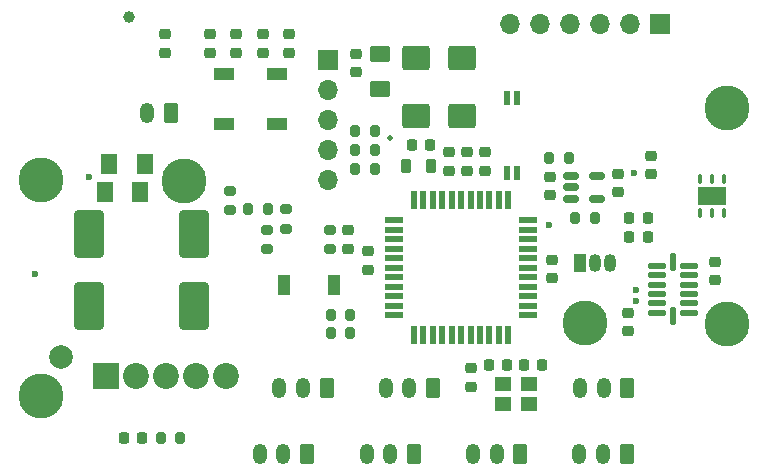
<source format=gbr>
%TF.GenerationSoftware,KiCad,Pcbnew,(6.0.7)*%
%TF.CreationDate,2022-10-03T23:56:51+03:00*%
%TF.ProjectId,hs12,68733132-2e6b-4696-9361-645f70636258,rev?*%
%TF.SameCoordinates,Original*%
%TF.FileFunction,Soldermask,Top*%
%TF.FilePolarity,Negative*%
%FSLAX46Y46*%
G04 Gerber Fmt 4.6, Leading zero omitted, Abs format (unit mm)*
G04 Created by KiCad (PCBNEW (6.0.7)) date 2022-10-03 23:56:51*
%MOMM*%
%LPD*%
G01*
G04 APERTURE LIST*
G04 Aperture macros list*
%AMRoundRect*
0 Rectangle with rounded corners*
0 $1 Rounding radius*
0 $2 $3 $4 $5 $6 $7 $8 $9 X,Y pos of 4 corners*
0 Add a 4 corners polygon primitive as box body*
4,1,4,$2,$3,$4,$5,$6,$7,$8,$9,$2,$3,0*
0 Add four circle primitives for the rounded corners*
1,1,$1+$1,$2,$3*
1,1,$1+$1,$4,$5*
1,1,$1+$1,$6,$7*
1,1,$1+$1,$8,$9*
0 Add four rect primitives between the rounded corners*
20,1,$1+$1,$2,$3,$4,$5,0*
20,1,$1+$1,$4,$5,$6,$7,0*
20,1,$1+$1,$6,$7,$8,$9,0*
20,1,$1+$1,$8,$9,$2,$3,0*%
G04 Aperture macros list end*
%ADD10RoundRect,0.200000X0.200000X0.275000X-0.200000X0.275000X-0.200000X-0.275000X0.200000X-0.275000X0*%
%ADD11RoundRect,0.200000X-0.275000X0.200000X-0.275000X-0.200000X0.275000X-0.200000X0.275000X0.200000X0*%
%ADD12RoundRect,0.218750X0.218750X0.256250X-0.218750X0.256250X-0.218750X-0.256250X0.218750X-0.256250X0*%
%ADD13RoundRect,0.218750X-0.256250X0.218750X-0.256250X-0.218750X0.256250X-0.218750X0.256250X0.218750X0*%
%ADD14RoundRect,0.100000X0.100000X-0.300000X0.100000X0.300000X-0.100000X0.300000X-0.100000X-0.300000X0*%
%ADD15R,2.400000X1.500000*%
%ADD16R,1.700000X1.100000*%
%ADD17RoundRect,0.250000X0.350000X0.625000X-0.350000X0.625000X-0.350000X-0.625000X0.350000X-0.625000X0*%
%ADD18O,1.200000X1.750000*%
%ADD19RoundRect,0.225000X0.225000X0.250000X-0.225000X0.250000X-0.225000X-0.250000X0.225000X-0.250000X0*%
%ADD20C,0.600000*%
%ADD21RoundRect,0.200000X-0.200000X-0.275000X0.200000X-0.275000X0.200000X0.275000X-0.200000X0.275000X0*%
%ADD22R,1.050000X1.500000*%
%ADD23O,1.050000X1.500000*%
%ADD24C,3.800000*%
%ADD25RoundRect,0.250000X1.000000X-1.750000X1.000000X1.750000X-1.000000X1.750000X-1.000000X-1.750000X0*%
%ADD26RoundRect,0.225000X0.250000X-0.225000X0.250000X0.225000X-0.250000X0.225000X-0.250000X-0.225000X0*%
%ADD27R,1.700000X1.700000*%
%ADD28O,1.700000X1.700000*%
%ADD29RoundRect,0.225000X-0.250000X0.225000X-0.250000X-0.225000X0.250000X-0.225000X0.250000X0.225000X0*%
%ADD30C,0.500000*%
%ADD31RoundRect,0.250000X-0.925000X0.787500X-0.925000X-0.787500X0.925000X-0.787500X0.925000X0.787500X0*%
%ADD32RoundRect,0.200000X0.275000X-0.200000X0.275000X0.200000X-0.275000X0.200000X-0.275000X-0.200000X0*%
%ADD33RoundRect,0.250001X-0.462499X-0.624999X0.462499X-0.624999X0.462499X0.624999X-0.462499X0.624999X0*%
%ADD34R,0.600000X1.200000*%
%ADD35R,0.550000X1.500000*%
%ADD36R,1.500000X0.550000*%
%ADD37RoundRect,0.150000X-0.512500X-0.150000X0.512500X-0.150000X0.512500X0.150000X-0.512500X0.150000X0*%
%ADD38C,2.000000*%
%ADD39RoundRect,0.225000X-0.225000X-0.250000X0.225000X-0.250000X0.225000X0.250000X-0.225000X0.250000X0*%
%ADD40R,2.200000X2.200000*%
%ADD41C,2.200000*%
%ADD42RoundRect,0.250001X-0.624999X0.462499X-0.624999X-0.462499X0.624999X-0.462499X0.624999X0.462499X0*%
%ADD43C,1.000000*%
%ADD44RoundRect,0.218750X-0.218750X-0.381250X0.218750X-0.381250X0.218750X0.381250X-0.218750X0.381250X0*%
%ADD45R,1.400000X1.200000*%
%ADD46R,1.100000X1.700000*%
%ADD47RoundRect,0.125000X-0.675000X-0.125000X0.675000X-0.125000X0.675000X0.125000X-0.675000X0.125000X0*%
%ADD48RoundRect,0.125000X0.125000X-0.675000X0.125000X0.675000X-0.125000X0.675000X-0.125000X-0.675000X0*%
G04 APERTURE END LIST*
D10*
%TO.C,R68*%
X-2275000Y22800000D03*
X-3925000Y22800000D03*
%TD*%
D11*
%TO.C,R28*%
X-12500000Y33325000D03*
X-12500000Y31675000D03*
%TD*%
D12*
%TO.C,HL2*%
X-19912500Y12400000D03*
X-21487500Y12400000D03*
%TD*%
D13*
%TO.C,HL5*%
X-11964976Y46587500D03*
X-11964976Y45012500D03*
%TD*%
D14*
%TO.C,DA5*%
X27350000Y31400000D03*
X28350000Y31400000D03*
X29350000Y31400000D03*
X29350000Y34300000D03*
X28350000Y34300000D03*
X27350000Y34300000D03*
D15*
X28350000Y32850000D03*
%TD*%
D16*
%TO.C,SB3*%
X-8500000Y43200000D03*
X-8500000Y39000000D03*
%TD*%
D17*
%TO.C,XT15*%
X-4300000Y16600000D03*
D18*
X-6300000Y16600000D03*
X-8300000Y16600000D03*
%TD*%
D19*
%TO.C,C25*%
X4475000Y37200000D03*
X2925000Y37200000D03*
%TD*%
D13*
%TO.C,HL3*%
X-14200000Y46587500D03*
X-14200000Y45012500D03*
%TD*%
D20*
%TO.C,XB6*%
X21700000Y34800000D03*
%TD*%
D21*
%TO.C,R62*%
X-1875000Y35150000D03*
X-225000Y35150000D03*
%TD*%
D22*
%TO.C,DD2*%
X17130000Y27240000D03*
D23*
X18400000Y27240000D03*
X19670000Y27240000D03*
%TD*%
D10*
%TO.C,R63*%
X16225000Y36100000D03*
X14575000Y36100000D03*
%TD*%
D19*
%TO.C,C18*%
X10975000Y18600000D03*
X9425000Y18600000D03*
%TD*%
D24*
%TO.C,J3*%
X-28500000Y34200000D03*
%TD*%
D25*
%TO.C,C4*%
X-24450000Y23550000D03*
X-24450000Y29650000D03*
%TD*%
D26*
%TO.C,C19*%
X7900000Y16725000D03*
X7900000Y18275000D03*
%TD*%
D20*
%TO.C,XB11*%
X21900000Y23950000D03*
%TD*%
D17*
%TO.C,XT3*%
X21150000Y16600000D03*
D18*
X19150000Y16600000D03*
X17150000Y16600000D03*
%TD*%
D19*
%TO.C,C38*%
X22875000Y31000000D03*
X21325000Y31000000D03*
%TD*%
D20*
%TO.C,XB10*%
X21900000Y24950000D03*
%TD*%
D17*
%TO.C,XT13*%
X3100000Y11000000D03*
D18*
X1100000Y11000000D03*
X-900000Y11000000D03*
%TD*%
D17*
%TO.C,XT1*%
X4700000Y16600000D03*
D18*
X2700000Y16600000D03*
X700000Y16600000D03*
%TD*%
D27*
%TO.C,DA4*%
X-4205000Y44390000D03*
D28*
X-4205000Y41850000D03*
X-4205000Y39310000D03*
X-4205000Y36770000D03*
X-4205000Y34230000D03*
%TD*%
D24*
%TO.C,J4*%
X-28500000Y15900000D03*
%TD*%
D20*
%TO.C,XB4*%
X-29000000Y26300000D03*
%TD*%
D17*
%TO.C,XT4*%
X12100000Y11000000D03*
D18*
X10100000Y11000000D03*
X8100000Y11000000D03*
%TD*%
D26*
%TO.C,C24*%
X20400000Y33225000D03*
X20400000Y34775000D03*
%TD*%
D10*
%TO.C,R44*%
X-16675000Y12400000D03*
X-18325000Y12400000D03*
%TD*%
D29*
%TO.C,C17*%
X-800000Y28175000D03*
X-800000Y26625000D03*
%TD*%
D26*
%TO.C,C16*%
X14800000Y25925000D03*
X14800000Y27475000D03*
%TD*%
D30*
%TO.C,XB2*%
X1050000Y37750000D03*
%TD*%
D29*
%TO.C,C14*%
X14600000Y34500000D03*
X14600000Y32950000D03*
%TD*%
D31*
%TO.C,C44*%
X3300000Y44562500D03*
X3300000Y39637500D03*
%TD*%
D13*
%TO.C,HL1*%
X-18000000Y46587500D03*
X-18000000Y45012500D03*
%TD*%
D32*
%TO.C,R27*%
X-9300000Y28375000D03*
X-9300000Y30025000D03*
%TD*%
D33*
%TO.C,C46*%
X-22687500Y35600000D03*
X-19712500Y35600000D03*
%TD*%
D26*
%TO.C,C13*%
X7600000Y35025000D03*
X7600000Y36575000D03*
%TD*%
D10*
%TO.C,R72*%
X-2275000Y21300000D03*
X-3925000Y21300000D03*
%TD*%
D34*
%TO.C,BQ3*%
X11850000Y34850000D03*
X11850000Y41150000D03*
X10950000Y41150000D03*
X10950000Y34850000D03*
%TD*%
D35*
%TO.C,DD3*%
X3088878Y21100000D03*
X3888878Y21100000D03*
X4688878Y21100000D03*
X5488878Y21100000D03*
X6288878Y21100000D03*
X7088878Y21100000D03*
X7888878Y21100000D03*
X8688878Y21100000D03*
X9488878Y21100000D03*
X10288878Y21100000D03*
X11088878Y21100000D03*
D36*
X12788878Y22800000D03*
X12788878Y23600000D03*
X12788878Y24400000D03*
X12788878Y25200000D03*
X12788878Y26000000D03*
X12788878Y26800000D03*
X12788878Y27600000D03*
X12788878Y28400000D03*
X12788878Y29200000D03*
X12788878Y30000000D03*
X12788878Y30800000D03*
D35*
X11088878Y32500000D03*
X10288878Y32500000D03*
X9488878Y32500000D03*
X8688878Y32500000D03*
X7888878Y32500000D03*
X7088878Y32500000D03*
X6288878Y32500000D03*
X5488878Y32500000D03*
X4688878Y32500000D03*
X3888878Y32500000D03*
X3088878Y32500000D03*
D36*
X1388878Y30800000D03*
X1388878Y30000000D03*
X1388878Y29200000D03*
X1388878Y28400000D03*
X1388878Y27600000D03*
X1388878Y26800000D03*
X1388878Y26000000D03*
X1388878Y25200000D03*
X1388878Y24400000D03*
X1388878Y23600000D03*
X1388878Y22800000D03*
%TD*%
D11*
%TO.C,R9*%
X-7750000Y31750000D03*
X-7750000Y30100000D03*
%TD*%
D37*
%TO.C,DA6*%
X16362500Y34550000D03*
X16362500Y33600000D03*
X16362500Y32650000D03*
X18637500Y32650000D03*
X18637500Y34550000D03*
%TD*%
D38*
%TO.C,XP1*%
X-26800000Y19200000D03*
%TD*%
D26*
%TO.C,C9*%
X9100000Y35025000D03*
X9100000Y36575000D03*
%TD*%
D20*
%TO.C,XB7*%
X14500000Y30400000D03*
%TD*%
D24*
%TO.C,J2*%
X17600000Y22100000D03*
%TD*%
D25*
%TO.C,C45*%
X-15500000Y23550000D03*
X-15500000Y29650000D03*
%TD*%
D21*
%TO.C,R67*%
X-1875000Y36750000D03*
X-225000Y36750000D03*
%TD*%
D39*
%TO.C,C15*%
X12425000Y18600000D03*
X13975000Y18600000D03*
%TD*%
D13*
%TO.C,HL4*%
X-7494927Y46587500D03*
X-7494927Y45012500D03*
%TD*%
D32*
%TO.C,R26*%
X-4050000Y28375000D03*
X-4050000Y30025000D03*
%TD*%
D24*
%TO.C,J1*%
X-16359564Y34103118D03*
%TD*%
D21*
%TO.C,R66*%
X-1875000Y38350000D03*
X-225000Y38350000D03*
%TD*%
D16*
%TO.C,SB1*%
X-13000000Y43200000D03*
X-13000000Y39000000D03*
%TD*%
D29*
%TO.C,C40*%
X28550000Y27325000D03*
X28550000Y25775000D03*
%TD*%
D21*
%TO.C,R46*%
X16775000Y31000000D03*
X18425000Y31000000D03*
%TD*%
D17*
%TO.C,XT6*%
X-5950000Y11000000D03*
D18*
X-7950000Y11000000D03*
X-9950000Y11000000D03*
%TD*%
D13*
%TO.C,HL6*%
X-9700000Y46587500D03*
X-9700000Y45012500D03*
%TD*%
D17*
%TO.C,XT16*%
X21100000Y11000000D03*
D18*
X19100000Y11000000D03*
X17100000Y11000000D03*
%TD*%
D26*
%TO.C,C26*%
X23200000Y34725000D03*
X23200000Y36275000D03*
%TD*%
D40*
%TO.C,XT2*%
X-22980000Y17600000D03*
D41*
X-20440000Y17600000D03*
X-17900000Y17600000D03*
X-15360000Y17600000D03*
X-12820000Y17600000D03*
%TD*%
D24*
%TO.C,J5*%
X29600000Y40300000D03*
%TD*%
D21*
%TO.C,R29*%
X-10925000Y31800000D03*
X-9275000Y31800000D03*
%TD*%
D29*
%TO.C,C7*%
X6100000Y36575000D03*
X6100000Y35025000D03*
%TD*%
D33*
%TO.C,C47*%
X-23087500Y33200000D03*
X-20112500Y33200000D03*
%TD*%
D19*
%TO.C,C37*%
X22875000Y29400000D03*
X21325000Y29400000D03*
%TD*%
D29*
%TO.C,C34*%
X-1800000Y44900000D03*
X-1800000Y43350000D03*
%TD*%
D42*
%TO.C,C42*%
X200000Y44900000D03*
X200000Y41925000D03*
%TD*%
D43*
%TO.C,XB3*%
X-21000000Y48000000D03*
%TD*%
D20*
%TO.C,XB5*%
X-24400000Y34500000D03*
%TD*%
D24*
%TO.C,J6*%
X29600000Y22000000D03*
%TD*%
D26*
%TO.C,C21*%
X-2500000Y28425000D03*
X-2500000Y29975000D03*
%TD*%
D44*
%TO.C,L2*%
X2437500Y35400000D03*
X4562500Y35400000D03*
%TD*%
D45*
%TO.C,BQ1*%
X12800000Y16950000D03*
X10600000Y16950000D03*
X10600000Y15250000D03*
X12800000Y15250000D03*
%TD*%
D29*
%TO.C,C39*%
X21200000Y22975000D03*
X21200000Y21425000D03*
%TD*%
D31*
%TO.C,C41*%
X7150000Y44562500D03*
X7150000Y39637500D03*
%TD*%
D46*
%TO.C,SB2*%
X-7900000Y25300000D03*
X-3700000Y25300000D03*
%TD*%
D47*
%TO.C,DD5*%
X23675000Y26975000D03*
X23675000Y26175000D03*
X23675000Y25375000D03*
X23675000Y24575000D03*
X23675000Y23775000D03*
X23675000Y22975000D03*
D48*
X25025000Y22675000D03*
D47*
X26375000Y22975000D03*
X26375000Y23775000D03*
X26375000Y24575000D03*
X26375000Y25375000D03*
X26375000Y26175000D03*
X26375000Y26975000D03*
D48*
X25025000Y27275000D03*
%TD*%
D17*
%TO.C,XT10*%
X-17500000Y39900000D03*
D18*
X-19500000Y39900000D03*
%TD*%
D27*
%TO.C,XT9*%
X23900000Y47473180D03*
D28*
X21360000Y47473180D03*
X18820000Y47473180D03*
X16280000Y47473180D03*
X13740000Y47473180D03*
X11200000Y47473180D03*
%TD*%
M02*

</source>
